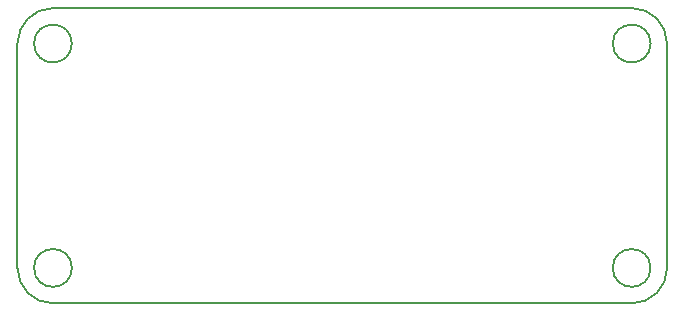
<source format=gbr>
%TF.GenerationSoftware,KiCad,Pcbnew,8.0.5-dirty*%
%TF.CreationDate,2024-10-01T21:11:00+10:00*%
%TF.ProjectId,kestral,6b657374-7261-46c2-9e6b-696361645f70,rev?*%
%TF.SameCoordinates,Original*%
%TF.FileFunction,Profile,NP*%
%FSLAX46Y46*%
G04 Gerber Fmt 4.6, Leading zero omitted, Abs format (unit mm)*
G04 Created by KiCad (PCBNEW 8.0.5-dirty) date 2024-10-01 21:11:00*
%MOMM*%
%LPD*%
G01*
G04 APERTURE LIST*
%TA.AperFunction,Profile*%
%ADD10C,0.200000*%
%TD*%
G04 APERTURE END LIST*
D10*
X155000000Y-122000000D02*
G75*
G02*
X152000000Y-125000000I-3000000J0D01*
G01*
X152000000Y-125000000D02*
X103000000Y-125000000D01*
X152000000Y-100000000D02*
X103000000Y-100000000D01*
X155000000Y-103000000D02*
X155000000Y-122000000D01*
X100000000Y-103000000D02*
X100000000Y-122000000D01*
X152000000Y-100000000D02*
G75*
G02*
X155000000Y-103000000I0J-3000000D01*
G01*
X103000000Y-125000000D02*
G75*
G02*
X100000000Y-122000000I0J3000000D01*
G01*
X153600000Y-122000000D02*
G75*
G02*
X150400000Y-122000000I-1600000J0D01*
G01*
X150400000Y-122000000D02*
G75*
G02*
X153600000Y-122000000I1600000J0D01*
G01*
X104600000Y-103000000D02*
G75*
G02*
X101400000Y-103000000I-1600000J0D01*
G01*
X101400000Y-103000000D02*
G75*
G02*
X104600000Y-103000000I1600000J0D01*
G01*
X100000000Y-103000000D02*
G75*
G02*
X103000000Y-100000000I3000000J0D01*
G01*
X104600000Y-122000000D02*
G75*
G02*
X101400000Y-122000000I-1600000J0D01*
G01*
X101400000Y-122000000D02*
G75*
G02*
X104600000Y-122000000I1600000J0D01*
G01*
X153600000Y-103000000D02*
G75*
G02*
X150400000Y-103000000I-1600000J0D01*
G01*
X150400000Y-103000000D02*
G75*
G02*
X153600000Y-103000000I1600000J0D01*
G01*
M02*

</source>
